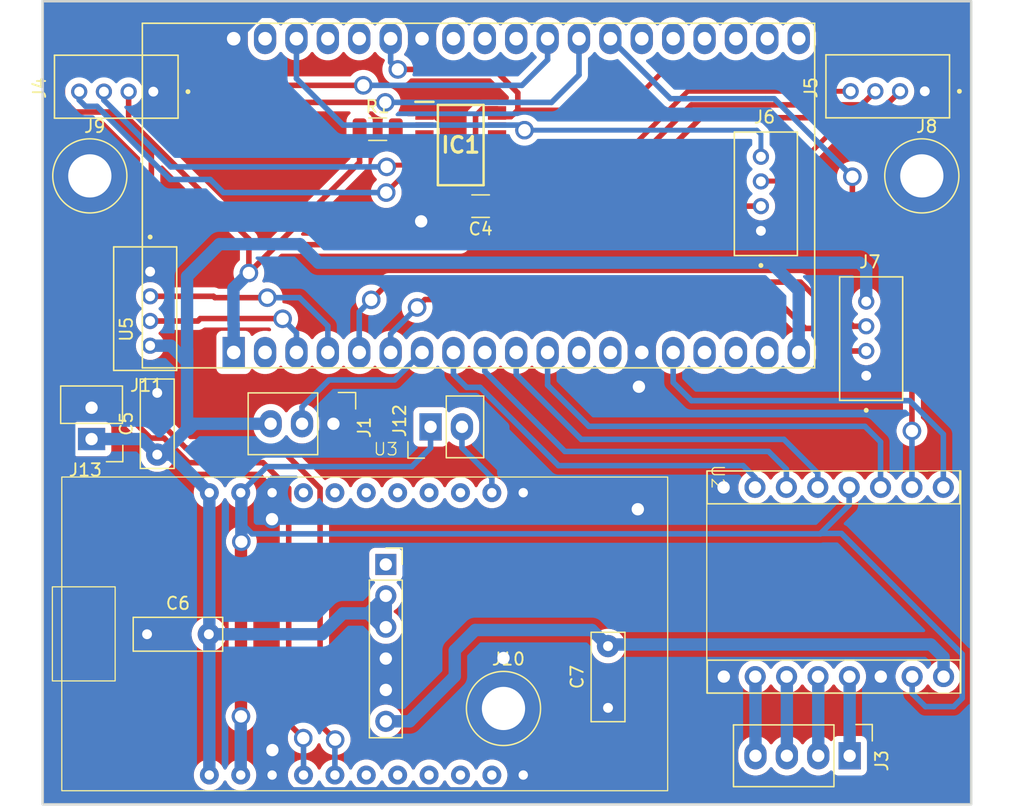
<source format=kicad_pcb>
(kicad_pcb (version 20241229) (generator "pcbnew") (generator_version "9.0")
  (layers (0 "F.Cu" signal) (2 "B.Cu" signal) (13 "F.Paste" user) (15 "B.Paste" user) (5 "F.SilkS" user "F.Silkscreen") (7 "B.SilkS" user "B.Silkscreen") (1 "F.Mask" user) (3 "B.Mask" user) (25 "Edge.Cuts" user))
  (net 0 "")
  (net 1 "GND")
  (net 2 "/gnd_moteur2")
  (net 3 "/moteur2")
  (net 4 "/gnd_moteur1")
  (net 5 "/moteur1")
  (net 6 "/cmd1")
  (net 7 "/cmd2")
  (net 8 "/sda")
  (net 9 "/scl")
  (net 10 "+5V")
  (net 16 "+12V")
  (net 17 "/encodeur_1 +")
  (net 18 "/encodeur_1 -")
  (net 19 "/encodeur_2 +")
  (net 20 "/encodeur_2 -")
  (net 21 "/stop")
  (net 22 "/Rx")
  (net 25 "+3.3V_ESP")
  (net 28 "/servo")
  (net 34 "Net-(IC1-~{RESET})")
  (net 35 "/sda0")
  (net 36 "/scl0")
  (net 37 "/Tx")
  (net 38 "+3.3V_BW16")
  (net 47 "/for1")
  (net 48 "/back2")
  (net 49 "/back1")
  (net 50 "/for2")
  (net 53 "/sda1")
  (net 54 "/scl1")
  (footprint "grove:SEEED_110990030" (layer "F.Cu") (at 163.15 63.73 180)
    (property "Reference" "J5")
    (property "Value" "Grove" (hide yes))
  )
  (footprint "FootprintGamelGe2_v6:Mounting_Screw_3mm" (layer "F.Cu") (at 132.06 113.7)
    (property "Reference" "J10")
    (property "Value" "Mouting_Screw_3mm")
  )
  (footprint "3D:SOP65P640X120-20N" (layer "F.Cu") (at 128.602 68.085)
    (property "Reference" "IC1")
    (property "Value" "TCA9545APWR" (hide yes))
  )
  (footprint "FootprintGamelGe2_v6:Mounting_Screw_3mm" (layer "F.Cu") (at 98.59 70.58)
    (property "Reference" "J9")
    (property "Value" "Mouting_Screw_3mm")
  )
  (footprint "grove:SEEED_110990030" (layer "F.Cu") (at 100.73 63.76 180)
    (property "Reference" "J4")
    (property "Value" "Grove" (hide yes))
  )
  (footprint "Capacitor_SMD:C_1206_3216Metric" (layer "F.Cu") (at 130.21 73.03 180)
    (property "Reference" "C4")
    (property "Value" "100nF")
  )
  (footprint "MT3608:u3v40f12" (layer "F.Cu") (at 122.54 108.55)
    (property "Reference" "U3")
    (property "Value" "~")
  )
  (footprint "ESP32:MODULE_ESP32-DEVKITC-32D" (layer "F.Cu") (at 129.99 72.1725 90)
    (property "Reference" "U5")
    (property "Value" "ESP32-DEVKITC-32D")
  )
  (footprint "FootprintGamelGe2_v6:Autocom2" (layer "F.Cu") (at 126.16 90.9 90)
    (property "Reference" "J12")
    (property "Value" "Autocom2")
  )
  (footprint "grove:SEEED_110990030" (layer "F.Cu") (at 161.41 83.7575 90)
    (property "Reference" "J7")
    (property "Value" "Grove" (hide yes))
  )
  (footprint "grove:SEEED_110990030" (layer "F.Cu") (at 103.47 81.33 -90)
    (property "Reference" "J11")
    (property "Value" "Grove" (hide yes))
  )
  (footprint "LibTB6612FNG:LibTB6612FNG" (layer "F.Cu") (at 169.07 94.46 -90)
    (property "Reference" "U1" (hide yes))
    (property "Value" "TB6612" (hide yes))
  )
  (footprint "FootprintGamelGe2_v6:C_Rect_L7.0mm_W2.5mm_P5.00mm" (layer "F.Cu") (at 140.52 113.65 90)
    (property "Reference" "C7")
    (property "Value" "100nF")
  )
  (footprint "grove:SEEED_110990030" (layer "F.Cu") (at 152.89 72.03 90)
    (property "Reference" "J6")
    (property "Value" "Grove" (hide yes))
  )
  (footprint "FootprintGamelGe2_v6:Autocom4" (layer "F.Cu") (at 160.07 117.53 -90)
    (property "Reference" "J3")
    (property "Value" "Autocom4")
  )
  (footprint "Resistor_SMD:R_1206_3216Metric" (layer "F.Cu") (at 121.88 66.8)
    (property "Reference" "R1")
    (property "Value" "10k")
  )
  (footprint "FootprintGamelGe2_v6:Autocom2" (layer "F.Cu") (at 98.73 91.89 180)
    (property "Reference" "J13")
    (property "Value" "Autocom2")
  )
  (footprint "FootprintGamelGe2_v6:Mounting_Screw_3mm" (layer "F.Cu") (at 165.91 70.58)
    (property "Reference" "J8")
    (property "Value" "Mouting_Screw_3mm")
  )
  (footprint "FootprintGamelGe2_v6:C_Rect_L7.0mm_W2.5mm_P5.00mm" (layer "F.Cu") (at 104.045 93.1475 90)
    (property "Reference" "C5")
    (property "Value" "100nF")
  )
  (footprint "FootprintGamelGe2_v6:C_Rect_L7.0mm_W2.5mm_P5.00mm" (layer "F.Cu") (at 103.22 107.69)
    (property "Reference" "C6")
    (property "Value" "100nF")
  )
  (footprint "FootprintGamelGe2_v6:Autocom3" (layer "F.Cu") (at 118.3 90.65 -90)
    (property "Reference" "J1")
    (property "Value" "Autocom3")
  )
  (footprint "bw16:BW16" (layer "F.Cu") (at 148.9 94.96 -90)
    (property "Reference" "U2")
    (property "Value" "~")
  )
  (gr_rect (start 94.78 56.44) (end 169.9 121.46) (stroke (width 0.2)) (fill no) (layer "Edge.Cuts"))
  (segment (start 142.93 97.57) (end 142.93 98.745) (width 1) (layer "F.Cu") (net 1))
  (segment (start 113.33 98.375) (end 113.33 117.04) (width 1) (layer "F.Cu") (net 1))
  (segment (start 113.33 117.04) (end 113.36 117.07) (width 1) (layer "F.Cu") (net 1))
  (segment (start 142.93 98.745) (end 132.06 109.615) (width 1) (layer "F.Cu") (net 1))
  (segment (start 142.95 97.55) (end 142.95 87.72) (width 1) (layer "F.Cu") (net 1))
  (segment (start 142.93 97.57) (end 142.95 97.55) (width 1) (layer "F.Cu") (net 1))
  (segment (start 127.2 70.6085) (end 126.7985 71.01) (width 0.4) (layer "F.Cu") (net 1))
  (segment (start 126.57 65.81) (end 127.2 66.44) (width 0.4) (layer "F.Cu") (net 1))
  (segment (start 128.735 73.03) (end 127.2 71.495) (width 0.45) (layer "F.Cu") (net 1))
  (segment (start 127.2 71.495) (end 127.2 70.6085) (width 0.45) (layer "F.Cu") (net 1))
  (segment (start 127.505 74.26) (end 128.735 73.03) (width 1) (layer "F.Cu") (net 1))
  (segment (start 125.664 65.81) (end 126.57 65.81) (width 0.4) (layer "F.Cu") (net 1))
  (segment (start 125.664 65.16) (end 125.664 65.81) (width 0.4) (layer "F.Cu") (net 1))
  (segment (start 142.95 87.72) (end 143.02 87.65) (width 1) (layer "F.Cu") (net 1))
  (segment (start 125.4 74.26) (end 127.505 74.26) (width 1) (layer "F.Cu") (net 1))
  (segment (start 126.7985 71.01) (end 125.664 71.01) (width 0.4) (layer "F.Cu") (net 1))
  (segment (start 127.2 66.44) (end 127.2 70.6085) (width 0.4) (layer "F.Cu") (net 1))
  (via (at 142.93 97.57) (size 1.5) (drill 1) (layers "F.Cu" "B.Cu") (net 1))
  (via (at 113.36 117.07) (size 1.5) (drill 1) (layers "F.Cu" "B.Cu") (net 1))
  (via (at 143.02 87.65) (size 1.5) (drill 1) (layers "F.Cu" "B.Cu") (net 1))
  (via (at 125.4 74.26) (size 1.5) (drill 1) (layers "F.Cu" "B.Cu") (net 1))
  (via (at 132.06 109.615) (size 1.5) (drill 1) (layers "F.Cu" "B.Cu") (net 1))
  (via (at 113.33 98.375) (size 1.5) (drill 1) (layers "F.Cu" "B.Cu") (net 1))
  (segment (start 135 97.57) (end 142.93 97.57) (width 1) (layer "B.Cu") (net 1))
  (segment (start 160.832 120.19) (end 151.45 120.19) (width 1) (layer "B.Cu") (net 1))
  (segment (start 96.02 66.93) (end 96.02 63.01) (width 1) (layer "B.Cu") (net 1))
  (segment (start 165.91 77.12) (end 163.82 75.03) (width 1) (layer "B.Cu") (net 1))
  (segment (start 121.31 88.63) (end 121.28 88.66) (width 1) (layer "B.Cu") (net 1))
  (segment (start 96.919 90.279) (end 96.919 101.389) (width 1) (layer "B.Cu") (net 1))
  (segment (start 103.73 62.54) (end 103.73 63.76) (width 1) (layer "B.Cu") (net 1))
  (segment (start 121.894796 88.636) (end 121.888796 88.63) (width 1) (layer "B.Cu") (net 1))
  (segment (start 162.59 111.12) (end 162.59 118.432) (width 1) (layer "B.Cu") (net 1))
  (segment (start 132.06 109.615) (end 132.06 113.7) (width 1) (layer "B.Cu") (net 1))
  (segment (start 102.33 77.19) (end 103.47 78.33) (width 1) (layer "B.Cu") (net 1))
  (segment (start 110.23 59.4725) (end 110.23 59.384202) (width 1) (layer "B.Cu") (net 1))
  (segment (start 162.59 118.432) (end 160.832 120.19) (width 1) (layer "B.Cu") (net 1))
  (segment (start 102.33 75.59) (end 102.33 77.19) (width 1) (layer "B.Cu") (net 1))
  (segment (start 132.044 90.93) (end 129.75 88.636) (width 1) (layer "B.Cu") (net 1))
  (segment (start 105.9425 63.76) (end 110.23 59.4725) (width 1) (layer "B.Cu") (net 1))
  (segment (start 143.02 85.1025) (end 143.25 84.8725) (width 1) (layer "B.Cu") (net 1))
  (segment (start 125.36 74.3) (end 125.4 74.26) (width 1) (layer "B.Cu") (net 1))
  (segment (start 98.4575 88.1475) (end 96.44 86.13) (width 1) (layer "B.Cu") (net 1))
  (segment (start 148.248298 119.09) (end 149.89 117.448298) (width 1) (layer "B.Cu") (net 1))
  (segment (start 133.66 119.09) (end 148.248298 119.09) (width 1) (layer "B.Cu") (net 1))
  (segment (start 133.66 96.23) (end 135 97.57) (width 1) (layer "B.Cu") (net 1))
  (segment (start 149.89 118.63) (end 149.89 117.448298) (width 1) (layer "B.Cu") (net 1))
  (segment (start 96.02 63.01) (end 97.46 61.57) (width 1) (layer "B.Cu") (net 1))
  (segment (start 96.5 77.73) (end 96.5 77.68) (width 1) (layer "B.Cu") (net 1))
  (segment (start 133.66 119.09) (end 132.18 120.57) (width 1) (layer "B.Cu") (net 1))
  (segment (start 166.15 61.89) (end 166.15 63.73) (width 1) (layer "B.Cu") (net 1))
  (segment (start 124.8475 57.3) (end 125.47 57.9225) (width 1) (layer "B.Cu") (net 1))
  (segment (start 113.33 97.96) (end 113.34 97.95) (width 1) (layer "B.Cu") (net 1))
  (segment (start 102.76 61.57) (end 103.73 62.54) (width 1) (layer "B.Cu") (net 1))
  (segment (start 165.91 76.35) (end 165.91 77.12) (width 1) (layer "B.Cu") (net 1))
  (segment (start 122.54 112.2) (end 122.54 109.66) (width 1) (layer "B.Cu") (net 1))
  (segment (start 102.33 75.59) (end 103 75.59) (width 1) (layer "B.Cu") (net 1))
  (segment (start 125.47 57.9225) (end 126.2125 57.18) (width 1) (layer "B.Cu") (net 1))
  (segment (start 98.73 89.35) (end 102.8425 89.35) (width 1) (layer "B.Cu") (net 1))
  (segment (start 142.93 97.57) (end 148.1 97.57) (width 1) (layer "B.Cu") (net 1))
  (segment (start 129.75 88.636) (end 121.894796 88.636) (width 1) (layer "B.Cu") (net 1))
  (segment (start 121.888796 88.63) (end 121.31 88.63) (width 1) (layer "B.Cu") (net 1))
  (segment (start 120.29 88.66) (end 118.3 90.65) (width 1) (layer "B.Cu") (net 1))
  (segment (start 113.34 120.02) (end 113.34 119.09) (width 1) (layer "B.Cu") (net 1))
  (segment (start 113.89 120.57) (end 113.34 120.02) (width 1) (layer "B.Cu") (net 1))
  (segment (start 121.28 88.66) (end 120.29 88.66) (width 1) (layer "B.Cu") (net 1))
  (segment (start 163.3025 86.7575) (end 161.41 86.7575) (width 1) (layer "B.Cu") (net 1))
  (segment (start 113.36 117.07) (end 113.36 119.07) (width 1) (layer "B.Cu") (net 1))
  (segment (start 132.18 120.57) (end 113.89 120.57) (width 1) (layer "B.Cu") (net 1))
  (segment (start 104.045 88.1475) (end 98.4575 88.1475) (width 1) (layer "B.Cu") (net 1))
  (segment (start 113.34 97.95) (end 113.34 96.23) (width 1) (layer "B.Cu") (net 1))
  (segment (start 113.33 98.375) (end 113.33 97.96) (width 1) (layer "B.Cu") (net 1))
  (segment (start 143.02 87.65) (end 143.02 85.1025) (width 1) (layer "B.Cu") (net 1))
  (segment (start 113.36 113.71) (end 114.87 112.2) (width 1) (layer "B.Cu") (net 1))
  (segment (start 165.91 77.12) (end 165.91 84.15) (width 1) (layer "B.Cu") (net 1))
  (segment (start 125.47 59.4725) (end 125.47 57.9225) (width 1) (layer "B.Cu") (net 1))
  (segment (start 103.73 63.76) (end 105.9425 63.76) (width 1) (layer "B.Cu") (net 1))
  (segment (start 98.73 89.35) (end 97.848 89.35) (width 1) (layer "B.Cu") (net 1))
  (segment (start 165.91 70.58) (end 165.91 76.35) (width 1) (layer "B.Cu") (net 1))
  (segment (start 114.87 112.2) (end 122.54 112.2) (width 1) (layer "B.Cu") (net 1))
  (segment (start 133.66 119.09) (end 133.66 115.64) (width 1) (layer "B.Cu") (net 1))
  (segment (start 113.36 117.07) (end 113.36 113.71) (width 1) (layer "B.Cu") (net 1))
  (segment (start 126.2125 57.18) (end 161.44 57.18) (width 1) (layer "B.Cu") (net 1))
  (segment (start 99.02 69.93) (end 99.02 68.47) (width 1) (layer "B.Cu") (net 1))
  (segment (start 97.848 89.35) (end 96.919 90.279) (width 1) (layer "B.Cu") (net 1))
  (segment (start 161.44 57.18) (end 166.15 61.89) (width 1) (layer "B.Cu") (net 1))
  (segment (start 104.29 74.3) (end 125.36 74.3) (width 1) (layer "B.Cu") (net 1))
  (segment (start 98.59 75.59) (end 102.33 75.59) (width 1) (layer "B.Cu") (net 1))
  (segment (start 110.23 59.384202) (end 112.314202 57.3) (width 1) (layer "B.Cu") (net 1))
  (segment (start 165.91 84.15) (end 163.3025 86.7575) (width 1) (layer "B.Cu") (net 1))
  (segment (start 98.59 75.59) (end 98.59 70.58) (width 1) (layer "B.Cu") (net 1))
  (segment (start 148.1 97.57) (end 149.87 95.8) (width 1) (layer "B.Cu") (net 1))
  (segment (start 96.919 101.389) (end 103.22 107.69) (width 1) (layer "B.Cu") (net 1))
  (segment (start 151.45 120.19) (end 149.89 118.63) (width 1) (layer "B.Cu") (net 1))
  (segment (start 166.15 63.73) (end 166.15 70.34) (width 1) (layer "B.Cu") (net 1))
  (segment (start 97.46 61.57) (end 102.76 61.57) (width 1) (layer "B.Cu") (net 1))
  (segment (start 96.5 77.68) (end 98.59 75.59) (width 1) (layer "B.Cu") (net 1))
  (segment (start 132.044 94.614) (end 132.044 90.93) (width 1) (layer "B.Cu") (net 1))
  (segment (start 103 75.59) (end 104.29 74.3) (width 1) (layer "B.Cu") (net 1))
  (segment (start 102.8425 89.35) (end 104.045 88.1475) (width 1) (layer "B.Cu") (net 1))
  (segment (start 163.82 75.03) (end 152.89 75.03) (width 1) (layer "B.Cu") (net 1))
  (segment (start 133.66 96.23) (end 132.044 94.614) (width 1) (layer "B.Cu") (net 1))
  (segment (start 113.36 119.07) (end 113.34 119.09) (width 1) (layer "B.Cu") (net 1))
  (segment (start 112.314202 57.3) (end 124.8475 57.3) (width 1) (layer "B.Cu") (net 1))
  (segment (start 99.02 69.93) (end 96.02 66.93) (width 1) (layer "B.Cu") (net 1))
  (segment (start 96.44 77.79) (end 96.5 77.73) (width 1) (layer "B.Cu") (net 1))
  (segment (start 149.89 117.448298) (end 149.89 111.12) (width 1) (layer "B.Cu") (net 1))
  (segment (start 96.44 86.13) (end 96.44 77.79) (width 1) (layer "B.Cu") (net 1))
  (segment (start 152.45 117.53) (end 152.45 111.14) (width 1) (layer "B.Cu") (net 2))
  (segment (start 152.45 111.14) (end 152.43 111.12) (width 1) (layer "B.Cu") (net 2))
  (segment (start 154.99 111.14) (end 154.97 111.12) (width 1) (layer "B.Cu") (net 3))
  (segment (start 154.99 117.53) (end 154.99 111.14) (width 1) (layer "B.Cu") (net 3))
  (segment (start 157.53 117.53) (end 157.53 111.14) (width 1) (layer "B.Cu") (net 4))
  (segment (start 157.53 111.14) (end 157.51 111.12) (width 1) (layer "B.Cu") (net 4))
  (segment (start 160.07 117.53) (end 160.07 111.14) (width 1) (layer "B.Cu") (net 5))
  (segment (start 160.07 111.14) (end 160.05 111.12) (width 1) (layer "B.Cu") (net 5))
  (segment (start 145.79 87.3) (end 147.27 88.78) (width 0.45) (layer "B.Cu") (net 6))
  (segment (start 167.65 91.5) (end 167.65 95.8) (width 0.45) (layer "B.Cu") (net 6))
  (segment (start 164.93 88.78) (end 167.65 91.5) (width 0.45) (layer "B.Cu") (net 6))
  (segment (start 147.27 88.78) (end 164.93 88.78) (width 0.45) (layer "B.Cu") (net 6))
  (segment (start 145.79 84.8725) (end 145.79 87.3) (width 0.45) (layer "B.Cu") (net 6))
  (segment (start 130.17 87.7) (end 136.51 94.04) (width 0.45) (layer "B.Cu") (net 7))
  (segment (start 129.08 87.7) (end 130.17 87.7) (width 0.45) (layer "B.Cu") (net 7))
  (segment (start 128.01 86.63) (end 129.08 87.7) (width 0.45) (layer "B.Cu") (net 7))
  (segment (start 152.41 95) (end 152.41 95.8) (width 0.45) (layer "B.Cu") (net 7))
  (segment (start 128.01 84.8725) (end 128.01 86.63) (width 0.45) (layer "B.Cu") (net 7))
  (segment (start 151.45 94.04) (end 152.41 95) (width 0.45) (layer "B.Cu") (net 7))
  (segment (start 136.51 94.04) (end 151.45 94.04) (width 0.45) (layer "B.Cu") (net 7))
  (segment (start 132.66 65.81) (end 133.22 65.25) (width 0.4) (layer "F.Cu") (net 8))
  (segment (start 131.54 65.81) (end 132.66 65.81) (width 0.4) (layer "F.Cu") (net 8))
  (segment (start 133.22 63.86) (end 133.22 65.25) (width 0.45) (layer "F.Cu") (net 8))
  (segment (start 123.51 61.96) (end 131.32 61.96) (width 0.45) (layer "F.Cu") (net 8))
  (segment (start 145.14 61.94) (end 167.33 61.94) (width 0.4) (layer "F.Cu") (net 8))
  (segment (start 133.22 65.25) (end 132.87 65.6) (width 0.45) (layer "F.Cu") (net 8))
  (segment (start 168.03 62.64) (end 168.03 66.17) (width 0.4) (layer "F.Cu") (net 8))
  (segment (start 133.22 65.25) (end 141.83 65.25) (width 0.4) (layer "F.Cu") (net 8))
  (segment (start 158.63 66.98) (end 154.61 71) (width 0.4) (layer "F.Cu") (net 8))
  (segment (start 152.92 71) (end 152.89 71.03) (width 0.4) (layer "F.Cu") (net 8))
  (segment (start 167.22 66.98) (end 158.63 66.98) (width 0.4) (layer "F.Cu") (net 8))
  (segment (start 168.03 66.17) (end 167.22 66.98) (width 0.4) (layer "F.Cu") (net 8))
  (segment (start 123.87 62.32) (end 123.51 61.96) (width 0.45) (layer "F.Cu") (net 8))
  (segment (start 131.32 61.96) (end 133.22 63.86) (width 0.45) (layer "F.Cu") (net 8))
  (segment (start 141.83 65.25) (end 145.14 61.94) (width 0.4) (layer "F.Cu") (net 8))
  (segment (start 154.61 71) (end 152.92 71) (width 0.4) (layer "F.Cu") (net 8))
  (segment (start 167.33 61.94) (end 168.03 62.64) (width 0.4) (layer "F.Cu") (net 8))
  (via (at 123.51 61.96) (size 1.5) (drill 1) (layers "F.Cu" "B.Cu") (net 8))
  (segment (start 122.93 61.38) (end 123.51 61.96) (width 0.45) (layer "B.Cu") (net 8))
  (segment (start 122.93 59.4725) (end 122.93 61.38) (width 0.45) (layer "B.Cu") (net 8))
  (segment (start 133.76 66.88) (end 133.66 66.88) (width 0.4) (layer "F.Cu") (net 9))
  (segment (start 133.24 66.46) (end 131.54 66.46) (width 0.4) (layer "F.Cu") (net 9))
  (segment (start 133.66 66.88) (end 133.24 66.46) (width 0.4) (layer "F.Cu") (net 9))
  (via (at 133.76 66.88) (size 1.5) (drill 1) (layers "F.Cu" "B.Cu") (net 9))
  (segment (start 133.76 66.88) (end 152.56 66.88) (width 0.4) (layer "B.Cu") (net 9))
  (segment (start 133.35 66.47) (end 119.08 66.47) (width 0.45) (layer "B.Cu") (net 9))
  (segment (start 152.56 66.88) (end 152.89 67.21) (width 0.4) (layer "B.Cu") (net 9))
  (segment (start 115.31 62.7) (end 115.31 59.4725) (width 0.45) (layer "B.Cu") (net 9))
  (segment (start 119.08 66.47) (end 115.31 62.7) (width 0.45) (layer "B.Cu") (net 9))
  (segment (start 133.76 66.88) (end 133.35 66.47) (width 0.45) (layer "B.Cu") (net 9))
  (segment (start 152.89 67.21) (end 152.89 69.03) (width 0.4) (layer "B.Cu") (net 9))
  (segment (start 119.07 106) (end 121.12 106) (width 1) (layer "B.Cu") (net 10))
  (segment (start 106.4575 85.55) (end 106.36 85.55) (width 1) (layer "B.Cu") (net 10))
  (segment (start 106.36 85.55) (end 105.14 84.33) (width 1) (layer "B.Cu") (net 10))
  (segment (start 122.54 107.12) (end 121.645 106.225) (width 1) (layer "B.Cu") (net 10))
  (segment (start 105.1775 93.1475) (end 108.26 96.23) (width 1) (layer "B.Cu") (net 10))
  (segment (start 115.59 76.11) (end 117.09 77.61) (width 1) (layer "B.Cu") (net 10))
  (segment (start 104.045 93.1475) (end 105.1775 93.1475) (width 1) (layer "B.Cu") (net 10))
  (segment (start 106.4575 91.09) (end 106.59 91.09) (width 1) (layer "B.Cu") (net 10))
  (segment (start 108.26 119.09) (end 108.26 107.33) (width 1) (layer "B.Cu") (net 10))
  (segment (start 106.4575 86.21) (end 106.4575 85.55) (width 1) (layer "B.Cu") (net 10))
  (segment (start 106.4575 91.09) (end 106.4575 86.21) (width 1) (layer "B.Cu") (net 10))
  (segment (start 161.41 78.15) (end 161.41 80.7575) (width 1) (layer "B.Cu") (net 10))
  (segment (start 108.26 107.33) (end 108.26 96.23) (width 1) (layer "B.Cu") (net 10))
  (segment (start 153.7 77.61) (end 160.87 77.61) (width 1) (layer "B.Cu") (net 10))
  (segment (start 102.7875 91.89) (end 104.045 93.1475) (width 1) (layer "B.Cu") (net 10))
  (segment (start 161.42 78.14) (end 161.41 78.15) (width 1) (layer "B.Cu") (net 10))
  (segment (start 121.645 105.475) (end 122.54 104.58) (width 1) (layer "B.Cu") (net 10))
  (segment (start 106.4575 84.6075) (end 106.4575 86.21) (width 1) (layer "B.Cu") (net 10))
  (segment (start 161.205 77.925) (end 161.42 78.14) (width 1) (layer "B.Cu") (net 10))
  (segment (start 122.24 107.12) (end 121.12 106) (width 1) (layer "B.Cu") (net 10))
  (segment (start 122.54 107.12) (end 122.24 107.12) (width 1) (layer "B.Cu") (net 10))
  (segment (start 117.09 77.61) (end 153.7 77.61) (width 1) (layer "B.Cu") (net 10))
  (segment (start 155.95 79.86) (end 155.95 84.8725) (width 1) (layer "B.Cu") (net 10))
  (segment (start 153.7 77.61) (end 155.95 79.86) (width 1) (layer "B.Cu") (net 10))
  (segment (start 105.14 84.33) (end 103.47 84.33) (width 1) (layer "B.Cu") (net 10))
  (segment (start 98.73 91.89) (end 102.7875 91.89) (width 1) (layer "B.Cu") (net 10))
  (segment (start 117.38 107.69) (end 119.07 106) (width 1) (layer "B.Cu") (net 10))
  (segment (start 104.045 93.1475) (end 104.4 93.1475) (width 1) (layer "B.Cu") (net 10))
  (segment (start 122.54 104.58) (end 122.54 107.12) (width 1) (layer "B.Cu") (net 10))
  (segment (start 108.22 107.69) (end 117.38 107.69) (width 1) (layer "B.Cu") (net 10))
  (segment (start 106.59 91.09) (end 107.03 90.65) (width 1) (layer "B.Cu") (net 10))
  (segment (start 106.4575 85.55) (end 106.4575 78.7225) (width 1) (layer "B.Cu") (net 10))
  (segment (start 121.12 106) (end 121.645 105.475) (width 1) (layer "B.Cu") (net 10))
  (segment (start 106.4575 78.7225) (end 109.07 76.11) (width 1) (layer "B.Cu") (net 10))
  (segment (start 104.4 93.1475) (end 106.4575 91.09) (width 1) (layer "B.Cu") (net 10))
  (segment (start 107.03 90.65) (end 113.22 90.65) (width 1) (layer "B.Cu") (net 10))
  (segment (start 109.07 76.11) (end 115.59 76.11) (width 1) (layer "B.Cu") (net 10))
  (segment (start 121.645 106.225) (end 121.645 105.475) (width 1) (layer "B.Cu") (net 10))
  (segment (start 160.87 77.61) (end 161.41 78.15) (width 1) (layer "B.Cu") (net 10))
  (segment (start 167.67 109.55) (end 167.67 111.12) (width 1) (layer "B.Cu") (net 16))
  (segment (start 129.77 107.35) (end 139.22 107.35) (width 1) (layer "B.Cu") (net 16))
  (segment (start 166.64 108.52) (end 167.67 109.55) (width 1) (layer "B.Cu") (net 16))
  (segment (start 122.54 114.74) (end 124.47 114.74) (width 1) (layer "B.Cu") (net 16))
  (segment (start 140.52 108.65) (end 140.65 108.52) (width 1) (layer "B.Cu") (net 16))
  (segment (start 140.65 108.52) (end 166.64 108.52) (width 1) (layer "B.Cu") (net 16))
  (segment (start 128.12 109) (end 129.77 107.35) (width 1) (layer "B.Cu") (net 16))
  (segment (start 124.47 114.74) (end 128.12 111.09) (width 1) (layer "B.Cu") (net 16))
  (segment (start 128.12 111.09) (end 128.12 109) (width 1) (layer "B.Cu") (net 16))
  (segment (start 139.22 107.35) (end 140.52 108.65) (width 1) (layer "B.Cu") (net 16))
  (segment (start 159 81.19) (end 159.0075 81.1975) (width 0.45) (layer "F.Cu") (net 17))
  (segment (start 158.79 81.19) (end 160.3575 82.7575) (width 0.45) (layer "F.Cu") (net 17))
  (segment (start 158.1 81.19) (end 158.79 81.19) (width 0.45) (layer "F.Cu") (net 17))
  (segment (start 160.3575 82.7575) (end 161.41 82.7575) (width 0.45) (layer "F.Cu") (net 17))
  (segment (start 121.36 80.62) (end 122.8 79.18) (width 0.45) (layer "F.Cu") (net 17))
  (segment (start 156.09 79.18) (end 158.1 81.19) (width 0.45) (layer "F.Cu") (net 17))
  (segment (start 122.8 79.18) (end 156.09 79.18) (width 0.45) (layer "F.Cu") (net 17))
  (via (at 121.36 80.62) (size 1.5) (drill 1) (layers "F.Cu" "B.Cu") (net 17))
  (segment (start 120.39 81.59) (end 121.36 80.62) (width 0.45) (layer "B.Cu") (net 17))
  (segment (start 120.39 84.8725) (end 120.39 81.59) (width 0.45) (layer "B.Cu") (net 17))
  (segment (start 125.07 81.23) (end 125.71 80.59) (width 0.45) (layer "F.Cu") (net 18))
  (segment (start 159.9975 84.7575) (end 161.41 84.7575) (width 0.45) (layer "F.Cu") (net 18))
  (segment (start 156.48 82.93) (end 158.17 82.93) (width 0.45) (layer "F.Cu") (net 18))
  (segment (start 125.71 80.59) (end 154.14 80.59) (width 0.45) (layer "F.Cu") (net 18))
  (segment (start 158.17 82.93) (end 159.9975 84.7575) (width 0.45) (layer "F.Cu") (net 18))
  (segment (start 154.14 80.59) (end 156.48 82.93) (width 0.45) (layer "F.Cu") (net 18))
  (via (at 125.07 81.23) (size 1.5) (drill 1) (layers "F.Cu" "B.Cu") (net 18))
  (segment (start 125.07 81.23) (end 122.93 83.370001) (width 0.45) (layer "B.Cu") (net 18))
  (segment (start 122.93 83.370001) (end 122.93 84.8725) (width 0.45) (layer "B.Cu") (net 18))
  (segment (start 107.33 82.33) (end 103.47 82.33) (width 0.45) (layer "F.Cu") (net 19))
  (segment (start 114.19 82.15) (end 113.52 82.15) (width 0.45) (layer "F.Cu") (net 19))
  (segment (start 107.53 82.13) (end 107.33 82.33) (width 0.45) (layer "F.Cu") (net 19))
  (segment (start 113.52 82.15) (end 113.5 82.13) (width 0.45) (layer "F.Cu") (net 19))
  (segment (start 113.5 82.13) (end 107.53 82.13) (width 0.45) (layer "F.Cu") (net 19))
  (via (at 114.19 82.15) (size 1.5) (drill 1) (layers "F.Cu" "B.Cu") (net 19))
  (segment (start 114.19 82.15) (end 114.65 82.61) (width 0.45) (layer "B.Cu") (net 19))
  (segment (start 114.65 82.63) (end 115.31 83.29) (width 0.45) (layer "B.Cu") (net 19))
  (segment (start 115.31 83.29) (end 115.31 84.8725) (width 0.45) (layer "B.Cu") (net 19))
  (segment (start 114.65 82.61) (end 114.65 82.63) (width 0.45) (layer "B.Cu") (net 19))
  (segment (start 108.71 80.44) (end 108.6 80.33) (width 0.45) (layer "F.Cu") (net 20))
  (segment (start 108.71 80.44) (end 112.95 80.44) (width 0.45) (layer "F.Cu") (net 20))
  (segment (start 108.6 80.33) (end 103.47 80.33) (width 0.45) (layer "F.Cu") (net 20))
  (via (at 112.95 80.44) (size 1.5) (drill 1) (layers "F.Cu" "B.Cu") (net 20))
  (segment (start 112.95 80.44) (end 115.55 80.44) (width 0.45) (layer "B.Cu") (net 20))
  (segment (start 117.85 82.74) (end 117.85 84.8725) (width 0.45) (layer "B.Cu") (net 20))
  (segment (start 115.55 80.44) (end 117.85 82.74) (width 0.45) (layer "B.Cu") (net 20))
  (segment (start 128.7 90.9) (end 128.7 92.59) (width 0.45) (layer "B.Cu") (net 21))
  (segment (start 128.7 92.59) (end 131.12 95.01) (width 0.45) (layer "B.Cu") (net 21))
  (segment (start 131.12 95.01) (end 131.12 96.23) (width 0.45) (layer "B.Cu") (net 21))
  (segment (start 117.222 115.002) (end 117.222 95.877772) (width 0.45) (layer "F.Cu") (net 22))
  (segment (start 97.9 77.44) (end 103.57 71.77) (width 0.45) (layer "F.Cu") (net 22))
  (segment (start 101.73 89.01) (end 97.9 85.18) (width 0.45) (layer "F.Cu") (net 22))
  (segment (start 96.371 62.849) (end 97.239 61.981) (width 0.45) (layer "F.Cu") (net 22))
  (segment (start 118.44 116.22) (end 117.222 115.002) (width 0.45) (layer "F.Cu") (net 22))
  (segment (start 110.77 64.63) (end 122.5 64.63) (width 0.45) (layer "F.Cu") (net 22))
  (segment (start 103.57 71.77) (end 103.57 68.85) (width 0.45) (layer "F.Cu") (net 22))
  (segment (start 113.970228 92.626) (end 106.366 92.626) (width 0.45) (layer "F.Cu") (net 22))
  (segment (start 96.371 64.381) (end 96.371 62.849) (width 0.45) (layer "F.Cu") (net 22))
  (segment (start 97.239 61.981) (end 108.121 61.981) (width 0.45) (layer "F.Cu") (net 22))
  (segment (start 97.9 85.18) (end 97.9 77.44) (width 0.45) (layer "F.Cu") (net 22))
  (segment (start 102.75 89.01) (end 101.73 89.01) (width 0.45) (layer "F.Cu") (net 22))
  (segment (start 108.121 61.981) (end 110.77 64.63) (width 0.45) (layer "F.Cu") (net 22))
  (segment (start 117.222 95.877772) (end 113.970228 92.626) (width 0.45) (layer "F.Cu") (net 22))
  (segment (start 103.57 68.85) (end 100.13 65.41) (width 0.45) (layer "F.Cu") (net 22))
  (segment (start 100.13 65.41) (end 97.4 65.41) (width 0.45) (layer "F.Cu") (net 22))
  (segment (start 106.366 92.626) (end 102.75 89.01) (width 0.45) (layer "F.Cu") (net 22))
  (segment (start 97.4 65.41) (end 96.371 64.381) (width 0.45) (layer "F.Cu") (net 22))
  (via (at 118.44 116.22) (size 1.5) (drill 1) (layers "F.Cu" "B.Cu") (net 22))
  (via (at 122.5 64.63) (size 1.5) (drill 1) (layers "F.Cu" "B.Cu") (net 22))
  (segment (start 122.5 64.63) (end 135.95 64.63) (width 0.45) (layer "B.Cu") (net 22))
  (segment (start 118.42 116.24) (end 118.44 116.22) (width 0.45) (layer "B.Cu") (net 22))
  (segment (start 118.42 119.09) (end 118.42 116.24) (width 0.45) (layer "B.Cu") (net 22))
  (segment (start 138.17 62.41) (end 138.17 59.4725) (width 0.45) (layer "B.Cu") (net 22))
  (segment (start 135.95 64.63) (end 138.17 62.41) (width 0.45) (layer "B.Cu") (net 22))
  (segment (start 128.565 76.15) (end 113.75 76.15) (width 0.45) (layer "F.Cu") (net 25))
  (segment (start 111.46 75.7) (end 111.46 78.44) (width 0.45) (layer "F.Cu") (net 25))
  (segment (start 131.685 73.03) (end 130.63 73.03) (width 0.45) (layer "F.Cu") (net 25))
  (segment (start 130.3665 65.149) (end 131.54 65.149) (width 0.45) (layer "F.Cu") (net 25))
  (segment (start 101.73 63.76) (end 101.73 65.97) (width 0.45) (layer "F.Cu") (net 25))
  (segment (start 101.73 65.97) (end 111.46 75.7) (width 0.45) (layer "F.Cu") (net 25))
  (segment (start 148.04 65.87) (end 138.0325 75.8775) (width 0.45) (layer "F.Cu") (net 25))
  (segment (start 162.01 65.87) (end 148.04 65.87) (width 0.45) (layer "F.Cu") (net 25))
  (segment (start 120.4175 69.4825) (end 120.4175 66.8) (width 0.45) (layer "F.Cu") (net 25))
  (segment (start 130.63 73.03) (end 129.8 72.2) (width 0.45) (layer "F.Cu") (net 25))
  (segment (start 140.88 73.03) (end 140.43 73.48) (width 0.45) (layer "F.Cu") (net 25))
  (segment (start 140.43 73.48) (end 138.0325 75.8775) (width 0.45) (layer "F.Cu") (net 25))
  (segment (start 129.8 72.2) (end 129.8 67.64) (width 0.45) (layer "F.Cu") (net 25))
  (segment (start 138.0325 75.8775) (end 128.8375 75.8775) (width 0.45) (layer "F.Cu") (net 25))
  (segment (start 164.15 63.73) (end 162.01 65.87) (width 0.45) (layer "F.Cu") (net 25))
  (segment (start 113.75 76.15) (end 111.46 78.44) (width 0.45) (layer "F.Cu") (net 25))
  (segment (start 128.8375 75.8775) (end 128.565 76.15) (width 0.45) (layer "F.Cu") (net 25))
  (segment (start 111.46 78.44) (end 120.4175 69.4825) (width 0.45) (layer "F.Cu") (net 25))
  (segment (start 131.685 73.03) (end 128.8375 75.8775) (width 0.45) (layer "F.Cu") (net 25))
  (segment (start 129.8 65.7155) (end 130.3665 65.149) (width 0.45) (layer "F.Cu") (net 25))
  (segment (start 152.89 73.03) (end 140.88 73.03) (width 0.45) (layer "F.Cu") (net 25))
  (segment (start 141.8325 72.0775) (end 140.43 73.48) (width 0.45) (layer "F.Cu") (net 25))
  (segment (start 129.8 67.64) (end 129.8 65.7155) (width 0.45) (layer "F.Cu") (net 25))
  (via (at 111.46 78.44) (size 1.5) (drill 1) (layers "F.Cu" "B.Cu") (net 25))
  (segment (start 111.46 78.44) (end 110.21 79.69) (width 1) (layer "B.Cu") (net 25))
  (segment (start 110.21 79.69) (end 110.21 82.55) (width 1) (layer "B.Cu") (net 25))
  (segment (start 110.21 82.55) (end 110.23 82.57) (width 0.45) (layer "B.Cu") (net 25))
  (segment (start 110.23 82.57) (end 110.23 84.8725) (width 1) (layer "B.Cu") (net 25))
  (segment (start 125.47 84.8725) (end 123.2425 87.1) (width 0.45) (layer "B.Cu") (net 28))
  (segment (start 123.2425 87.1) (end 117.95 87.1) (width 0.45) (layer "B.Cu") (net 28))
  (segment (start 115.76 89.29) (end 115.76 90.65) (width 0.45) (layer "B.Cu") (net 28))
  (segment (start 117.95 87.1) (end 115.76 89.29) (width 0.45) (layer "B.Cu") (net 28))
  (segment (start 123.6825 66.46) (end 125.664 66.46) (width 0.4) (layer "F.Cu") (net 34))
  (segment (start 123.3425 66.8) (end 123.6825 66.46) (width 0.4) (layer "F.Cu") (net 34))
  (segment (start 122.75 69.71) (end 125.664 69.71) (width 0.4) (layer "F.Cu") (net 35))
  (segment (start 122.61 69.85) (end 122.75 69.71) (width 0.4) (layer "F.Cu") (net 35))
  (via (at 122.61 69.85) (size 1.5) (drill 1) (layers "F.Cu" "B.Cu") (net 35))
  (segment (start 122.61 69.85) (end 105.13 69.85) (width 0.45) (layer "B.Cu") (net 35))
  (segment (start 105.13 69.85) (end 99.73 64.45) (width 0.45) (layer "B.Cu") (net 35))
  (segment (start 99.73 64.45) (end 99.73 63.76) (width 0.45) (layer "B.Cu") (net 35))
  (segment (start 125.664 70.36) (end 124.14 70.36) (width 0.4) (layer "F.Cu") (net 36))
  (segment (start 124.14 70.36) (end 122.57 71.93) (width 0.4) (layer "F.Cu") (net 36))
  (via (at 122.57 71.93) (size 1.5) (drill 1) (layers "F.Cu" "B.Cu") (net 36))
  (segment (start 109.39 71.93) (end 122.57 71.93) (width 0.45) (layer "B.Cu") (net 36))
  (segment (start 99.17 64.95) (end 105.09 70.87) (width 0.45) (layer "B.Cu") (net 36))
  (segment (start 105.09 70.87) (end 108.33 70.87) (width 0.45) (layer "B.Cu") (net 36))
  (segment (start 108.33 70.87) (end 109.39 71.93) (width 0.45) (layer "B.Cu") (net 36))
  (segment (start 97.73 63.76) (end 97.73 64.43) (width 0.45) (layer "B.Cu") (net 36))
  (segment (start 98.25 64.95) (end 99.17 64.95) (width 0.45) (layer "B.Cu") (net 36))
  (segment (start 97.73 64.43) (end 98.25 64.95) (width 0.45) (layer "B.Cu") (net 36))
  (segment (start 109.44 61.21) (end 96.99 61.21) (width 0.45) (layer "F.Cu") (net 37))
  (segment (start 104.59839 91.8115) (end 106.58689 93.8) (width 0.45) (layer "F.Cu") (net 37))
  (segment (start 99.31 66.07) (end 102.44 69.2) (width 0.45) (layer "F.Cu") (net 37))
  (segment (start 96.99 61.21) (end 95.71 62.49) (width 0.45) (layer "F.Cu") (net 37))
  (segment (start 96.98 85.29) (end 103.5015 91.8115) (width 0.45) (layer "F.Cu") (net 37))
  (segment (start 102.44 71.62) (end 96.98 77.08) (width 0.45) (layer "F.Cu") (net 37))
  (segment (start 102.44 69.2) (end 102.44 71.62) (width 0.45) (layer "F.Cu") (net 37))
  (segment (start 111.48 63.25) (end 109.44 61.21) (width 0.45) (layer "F.Cu") (net 37))
  (segment (start 95.71 64.7) (end 97.08 66.07) (width 0.45) (layer "F.Cu") (net 37))
  (segment (start 112.604228 93.8) (end 114.682 95.877772) (width 0.45) (layer "F.Cu") (net 37))
  (segment (start 114.682 114.922) (end 115.86 116.1) (width 0.45) (layer "F.Cu") (net 37))
  (segment (start 120.72 63.25) (end 111.48 63.25) (width 0.45) (layer "F.Cu") (net 37))
  (segment (start 95.71 62.49) (end 95.71 64.7) (width 0.45) (layer "F.Cu") (net 37))
  (segment (start 96.98 77.08) (end 96.98 85.29) (width 0.45) (layer "F.Cu") (net 37))
  (segment (start 114.682 95.877772) (end 114.682 114.922) (width 0.45) (layer "F.Cu") (net 37))
  (segment (start 97.08 66.07) (end 99.31 66.07) (width 0.45) (layer "F.Cu") (net 37))
  (segment (start 106.58689 93.8) (end 112.604228 93.8) (width 0.45) (layer "F.Cu") (net 37))
  (segment (start 103.5015 91.8115) (end 104.59839 91.8115) (width 0.45) (layer "F.Cu") (net 37))
  (via (at 120.72 63.25) (size 1.5) (drill 1) (layers "F.Cu" "B.Cu") (net 37))
  (via (at 115.86 116.1) (size 1.5) (drill 1) (layers "F.Cu" "B.Cu") (net 37))
  (segment (start 135.63 61.18) (end 135.63 59.4725) (width 0.45) (layer "B.Cu") (net 37))
  (segment (start 115.88 119.09) (end 115.88 116.12) (width 0.45) (layer "B.Cu") (net 37))
  (segment (start 133.56 63.25) (end 135.63 61.18) (width 0.45) (layer "B.Cu") (net 37))
  (segment (start 115.88 116.12) (end 115.86 116.1) (width 0.45) (layer "B.Cu") (net 37))
  (segment (start 120.72 63.25) (end 133.56 63.25) (width 0.45) (layer "B.Cu") (net 37))
  (segment (start 110.82 114.34) (end 110.82 100.23) (width 1) (layer "F.Cu") (net 38))
  (segment (start 110.82 100.23) (end 110.85 100.2) (width 1) (layer "F.Cu") (net 38))
  (via (at 110.85 100.2) (size 1.5) (drill 1) (layers "F.Cu" "B.Cu") (net 38))
  (via (at 110.82 114.34) (size 1.5) (drill 1) (layers "F.Cu" "B.Cu") (net 38))
  (segment (start 110.85 100.2) (end 110.85 96.28) (width 1) (layer "B.Cu") (net 38))
  (segment (start 110.85 96.28) (end 110.8 96.23) (width 1) (layer "B.Cu") (net 38))
  (segment (start 166.2 113.55) (end 165.13 112.48) (width 0.45) (layer "B.Cu") (net 38))
  (segment (start 124.64 94.12) (end 112.91 94.12) (width 0.45) (layer "B.Cu") (net 38))
  (segment (start 169.18 109.31) (end 169.18 112.86) (width 0.45) (layer "B.Cu") (net 38))
  (segment (start 169.18 112.86) (end 168.49 113.55) (width 0.45) (layer "B.Cu") (net 38))
  (segment (start 157.72 99.53) (end 159.4 99.53) (width 0.45) (layer "B.Cu") (net 38))
  (segment (start 157.69 99.56) (end 157.72 99.53) (width 0.45) (layer "B.Cu") (net 38))
  (segment (start 159.4 99.53) (end 169.18 109.31) (width 0.45) (layer "B.Cu") (net 38))
  (segment (start 126.16 90.9) (end 126.16 92.6) (width 0.45) (layer "B.Cu") (net 38))
  (segment (start 160.03 95.8) (end 160.03 97.22) (width 0.45) (layer "B.Cu") (net 38))
  (segment (start 168.49 113.55) (end 166.2 113.55) (width 0.45) (layer "B.Cu") (net 38))
  (segment (start 111.72 99.56) (end 110.8 98.64) (width 0.45) (layer "B.Cu") (net 38))
  (segment (start 160.03 97.22) (end 157.69 99.56) (width 0.45) (layer "B.Cu") (net 38))
  (segment (start 110.8 98.64) (end 110.8 96.23) (width 0.45) (layer "B.Cu") (net 38))
  (segment (start 165.13 112.48) (end 165.13 111.12) (width 0.45) (layer "B.Cu") (net 38))
  (segment (start 112.91 94.12) (end 110.8 96.23) (width 0.45) (layer "B.Cu") (net 38))
  (segment (start 126.16 92.6) (end 124.64 94.12) (width 0.45) (layer "B.Cu") (net 38))
  (segment (start 110.8 119.09) (end 110.8 114.36) (width 1) (layer "B.Cu") (net 38))
  (segment (start 157.69 99.56) (end 111.72 99.56) (width 0.45) (layer "B.Cu") (net 38))
  (segment (start 110.8 114.36) (end 110.82 114.34) (width 1) (layer "B.Cu") (net 38))
  (segment (start 162.57 95.8) (end 162.57 92.12) (width 0.45) (layer "B.Cu") (net 47))
  (segment (start 138.97 90.86) (end 135.63 87.52) (width 0.45) (layer "B.Cu") (net 47))
  (segment (start 135.63 87.52) (end 135.63 84.8725) (width 0.45) (layer "B.Cu") (net 47))
  (segment (start 162.57 92.12) (end 161.31 90.86) (width 0.45) (layer "B.Cu") (net 47))
  (segment (start 161.31 90.86) (end 138.97 90.86) (width 0.45) (layer "B.Cu") (net 47))
  (segment (start 130.55 86.41) (end 137.03 92.89) (width 0.45) (layer "B.Cu") (net 48))
  (segment (start 137.03 92.89) (end 153.51 92.89) (width 0.45) (layer "B.Cu") (net 48))
  (segment (start 153.51 92.89) (end 154.95 94.33) (width 0.45) (layer "B.Cu") (net 48))
  (segment (start 130.55 84.8725) (end 130.55 86.41) (width 0.45) (layer "B.Cu") (net 48))
  (segment (start 154.95 94.33) (end 154.95 95.8) (width 0.45) (layer "B.Cu") (net 48))
  (segment (start 165.11 77.8) (end 165.11 91.23) (width 0.45) (layer "F.Cu") (net 49))
  (segment (start 160.29 72.98) (end 165.11 77.8) (width 0.45) (layer "F.Cu") (net 49))
  (segment (start 160.29 70.65) (end 160.29 72.98) (width 0.45) (layer "F.Cu") (net 49))
  (via (at 165.11 91.23) (size 1.5) (drill 1) (layers "F.Cu" "B.Cu") (net 49))
  (via (at 160.29 70.65) (size 1.5) (drill 1) (layers "F.Cu" "B.Cu") (net 49))
  (segment (start 140.71 59.4725) (end 145.5675 64.33) (width 0.45) (layer "B.Cu") (net 49))
  (segment (start 153.97 64.33) (end 160.29 70.65) (width 0.45) (layer "B.Cu") (net 49))
  (segment (start 165.11 95.8) (end 165.11 91.23) (width 0.45) (layer "B.Cu") (net 49))
  (segment (start 153.27 64.33) (end 153.97 64.33) (width 0.45) (layer "B.Cu") (net 49))
  (segment (start 145.5675 64.33) (end 153.27 64.33) (width 0.45) (layer "B.Cu") (net 49))
  (segment (start 133.09 86.65) (end 138.35 91.91) (width 0.45) (layer "B.Cu") (net 50))
  (segment (start 133.09 84.8725) (end 133.09 86.65) (width 0.45) (layer "B.Cu") (net 50))
  (segment (start 157.49 94.65) (end 157.49 95.8) (width 0.45) (layer "B.Cu") (net 50))
  (segment (start 138.35 91.91) (end 154.75 91.91) (width 0.45) (layer "B.Cu") (net 50))
  (segment (start 154.75 91.91) (end 157.49 94.65) (width 0.45) (layer "B.Cu") (net 50))
  (segment (start 147.26 64.83) (end 141.73 70.36) (width 0.45) (layer "F.Cu") (net 53))
  (segment (start 162.15 63.73) (end 161.05 64.83) (width 0.45) (layer "F.Cu") (net 53))
  (segment (start 161.05 64.83) (end 147.26 64.83) (width 0.45) (layer "F.Cu") (net 53))
  (segment (start 141.73 70.36) (end 131.54 70.36) (width 0.45) (layer "F.Cu") (net 53))
  (segment (start 141 69.7) (end 146.97 63.73) (width 0.4) (layer "F.Cu") (net 54))
  (segment (start 146.97 63.73) (end 160.15 63.73) (width 0.4) (layer "F.Cu") (net 54))
  (segment (start 131.54 69.71) (end 133.88 69.71) (width 0.4) (layer "F.Cu") (net 54))
  (segment (start 133.88 69.71) (end 133.89 69.7) (width 0.4) (layer "F.Cu") (net 54))
  (segment (start 133.89 69.7) (end 141 69.7) (width 0.4) (layer "F.Cu") (net 54))
  (zone (net 1) (net_name "GND") (layers "F.Cu" "B.Cu") (name "GND") (connect_pads yes (clearance 0.5)) (min_thickness 0.25) (fill yes (thermal_gap 0.5) (thermal_bridge_width 0.5))
    (polygon (pts (xy 94.77 56.4) (xy 169.89 56.44) (xy 169.9 121.47) (xy 94.77 121.46)))
  )
)
</source>
